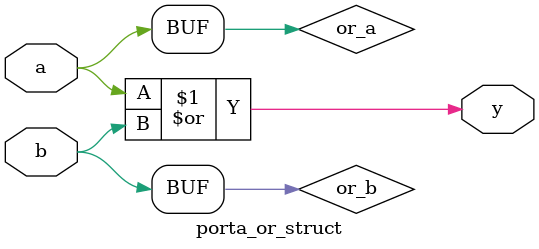
<source format=v>
module porta_or_struct(a, b, y);
  input a, b;
  output y;
  wire or_a, or_b;

  or U1 (or_a, a); 
  or U2 (or_b, b);
  or U3 (y, or_a, or_b);
  
endmodule
</source>
